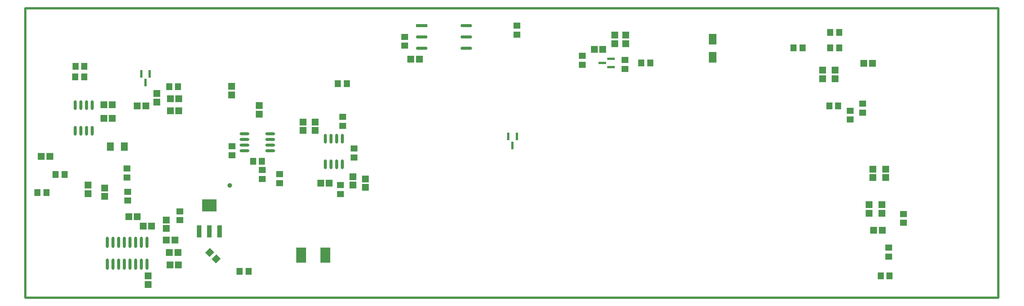
<source format=gtp>
G04*
G04 #@! TF.GenerationSoftware,Altium Limited,Altium Designer,22.6.1 (34)*
G04*
G04 Layer_Color=8421504*
%FSLAX43Y43*%
%MOMM*%
G71*
G04*
G04 #@! TF.SameCoordinates,2E3A46DB-1EF5-4CD4-91FC-F2C1E03D2978*
G04*
G04*
G04 #@! TF.FilePolarity,Positive*
G04*
G01*
G75*
%ADD11C,0.600*%
%ADD13C,0.500*%
%ADD15R,1.600X1.500*%
G04:AMPARAMS|DCode=16|XSize=1.5mm|YSize=1.4mm|CornerRadius=0mm|HoleSize=0mm|Usage=FLASHONLY|Rotation=225.000|XOffset=0mm|YOffset=0mm|HoleType=Round|Shape=Rectangle|*
%AMROTATEDRECTD16*
4,1,4,0.035,1.025,1.025,0.035,-0.035,-1.025,-1.025,-0.035,0.035,1.025,0.0*
%
%ADD16ROTATEDRECTD16*%

%ADD17R,1.400X1.500*%
%ADD18O,2.600X0.700*%
%ADD19R,2.600X0.700*%
%ADD20R,1.500X1.400*%
%ADD21R,1.500X1.600*%
%ADD22R,1.800X0.600*%
%ADD23R,0.600X1.800*%
%ADD24R,1.800X2.400*%
%ADD25O,0.700X2.500*%
%ADD26O,0.600X2.200*%
%ADD27O,2.200X0.600*%
%ADD28R,1.500X1.900*%
%ADD29R,3.300X2.700*%
%ADD30R,1.000X2.700*%
%ADD31R,2.200X3.500*%
%ADD32C,1.000*%
D11*
X143300Y118200D02*
X143377Y118277D01*
D13*
X97502Y93000D02*
X315500D01*
X315500Y158000D02*
X315500Y93000D01*
X97502Y158000D02*
X315500D01*
X97502D02*
X97502Y93000D01*
D15*
X115200Y115750D02*
D03*
Y117650D02*
D03*
X111500Y116350D02*
D03*
Y118250D02*
D03*
X125000Y97850D02*
D03*
Y95950D02*
D03*
X232000Y150050D02*
D03*
Y151950D02*
D03*
X229500Y150050D02*
D03*
X229500Y151950D02*
D03*
X159700Y132450D02*
D03*
Y130550D02*
D03*
X162380Y132464D02*
D03*
Y130564D02*
D03*
X149904Y134229D02*
D03*
X149904Y136129D02*
D03*
X143700Y140450D02*
D03*
Y138550D02*
D03*
X126900Y136950D02*
D03*
X126900Y138850D02*
D03*
X129000Y108550D02*
D03*
X129000Y110450D02*
D03*
X287400Y119950D02*
D03*
Y121850D02*
D03*
X290287Y119955D02*
D03*
Y121855D02*
D03*
X276144Y144096D02*
D03*
Y142196D02*
D03*
X278901Y144090D02*
D03*
X278901Y142190D02*
D03*
X289400Y113850D02*
D03*
X289400Y111950D02*
D03*
X286500Y113850D02*
D03*
X286500Y111950D02*
D03*
X173700Y119650D02*
D03*
X173700Y117750D02*
D03*
X170900Y120150D02*
D03*
X170900Y118250D02*
D03*
D16*
X138793Y103107D02*
D03*
X140207Y101693D02*
D03*
D17*
X108700Y145000D02*
D03*
X110700D02*
D03*
X129700Y140350D02*
D03*
X131700Y140350D02*
D03*
X235500Y145700D02*
D03*
X237500D02*
D03*
X269601Y149144D02*
D03*
X271601D02*
D03*
X150504Y123661D02*
D03*
X148504D02*
D03*
X100200Y116600D02*
D03*
X102200Y116600D02*
D03*
X110678Y142580D02*
D03*
X108678D02*
D03*
X147500Y98900D02*
D03*
X145500Y98900D02*
D03*
X277801Y152540D02*
D03*
X279801Y152540D02*
D03*
X279801Y149140D02*
D03*
X277801Y149140D02*
D03*
X167500Y141100D02*
D03*
X169500D02*
D03*
X104251Y120623D02*
D03*
X106251D02*
D03*
X289125Y97925D02*
D03*
X291125D02*
D03*
X277601Y136040D02*
D03*
X279601D02*
D03*
D18*
X196300Y151600D02*
D03*
Y154140D02*
D03*
Y149060D02*
D03*
X186300D02*
D03*
Y151600D02*
D03*
D19*
Y154140D02*
D03*
D20*
X290900Y104200D02*
D03*
Y102200D02*
D03*
X231800Y146400D02*
D03*
X231800Y144400D02*
D03*
X222300Y145300D02*
D03*
Y147300D02*
D03*
X182500Y149600D02*
D03*
X207600Y152100D02*
D03*
X182500Y151600D02*
D03*
X207600Y154100D02*
D03*
X285101Y134540D02*
D03*
Y136540D02*
D03*
X171100Y126500D02*
D03*
Y124500D02*
D03*
X168600Y131600D02*
D03*
Y133600D02*
D03*
X150579Y121654D02*
D03*
Y119654D02*
D03*
X120400Y116800D02*
D03*
Y114800D02*
D03*
X132100Y110400D02*
D03*
X132100Y112400D02*
D03*
X168100Y118300D02*
D03*
Y116300D02*
D03*
X143800Y127000D02*
D03*
Y125000D02*
D03*
X154434Y118739D02*
D03*
Y120739D02*
D03*
X294200Y111800D02*
D03*
Y109800D02*
D03*
X282300Y133000D02*
D03*
X282300Y135000D02*
D03*
X120200Y120000D02*
D03*
Y122000D02*
D03*
D21*
X226850Y148800D02*
D03*
X224950D02*
D03*
X183850Y146600D02*
D03*
X185750Y146600D02*
D03*
X115065Y136349D02*
D03*
X116965D02*
D03*
X123850Y109100D02*
D03*
X125750D02*
D03*
X129850Y100375D02*
D03*
X131750Y100375D02*
D03*
X124450Y136100D02*
D03*
X122550Y136100D02*
D03*
X163650Y118700D02*
D03*
X165550Y118700D02*
D03*
X131850Y137700D02*
D03*
X129950D02*
D03*
X129950Y135000D02*
D03*
X131850D02*
D03*
X122550Y111200D02*
D03*
X120650D02*
D03*
X102950Y124700D02*
D03*
X101050D02*
D03*
X129050Y105900D02*
D03*
X130950Y105900D02*
D03*
X129750Y103100D02*
D03*
X131650Y103100D02*
D03*
X115050Y133300D02*
D03*
X116950Y133300D02*
D03*
X287550Y108100D02*
D03*
X289450Y108100D02*
D03*
X287251Y145640D02*
D03*
X285351Y145640D02*
D03*
D22*
X228725Y144778D02*
D03*
X228725Y146678D02*
D03*
X226725Y145728D02*
D03*
D23*
X206625Y127200D02*
D03*
X207575Y129200D02*
D03*
X205675D02*
D03*
X125350Y143300D02*
D03*
X123450Y143300D02*
D03*
X124400Y141300D02*
D03*
D24*
X251500Y146950D02*
D03*
X251500Y151050D02*
D03*
D25*
X124692Y105416D02*
D03*
X123422Y105416D02*
D03*
X122152Y105416D02*
D03*
X120882Y105416D02*
D03*
X119612Y105416D02*
D03*
X118342Y105416D02*
D03*
X117072Y105416D02*
D03*
X115802Y105416D02*
D03*
X124692Y100516D02*
D03*
X123422Y100516D02*
D03*
X122152Y100516D02*
D03*
X120882Y100516D02*
D03*
X119612Y100516D02*
D03*
X118342Y100516D02*
D03*
X117072Y100516D02*
D03*
X115802Y100516D02*
D03*
D26*
X168505Y128675D02*
D03*
X167235Y128675D02*
D03*
X165965Y128675D02*
D03*
X164695Y128675D02*
D03*
X168505Y122925D02*
D03*
X167235Y122925D02*
D03*
X165965D02*
D03*
X164695Y122925D02*
D03*
X108656Y130454D02*
D03*
X109926Y130454D02*
D03*
X111196Y130454D02*
D03*
X112466Y130454D02*
D03*
X108656Y136204D02*
D03*
X109926Y136204D02*
D03*
X111196Y136204D02*
D03*
X112466Y136204D02*
D03*
D27*
X146579Y129766D02*
D03*
X146579Y127226D02*
D03*
X146579Y125956D02*
D03*
X152329Y129766D02*
D03*
X152329Y128496D02*
D03*
X152329Y125956D02*
D03*
X146579Y128496D02*
D03*
X152329Y127226D02*
D03*
D28*
X116550Y126900D02*
D03*
X119650Y126900D02*
D03*
D29*
X138700Y113750D02*
D03*
D30*
X141000Y107850D02*
D03*
X138700D02*
D03*
X136400D02*
D03*
D31*
X159300Y102500D02*
D03*
X164700Y102500D02*
D03*
D32*
X143288Y118188D02*
X143300Y118200D01*
M02*

</source>
